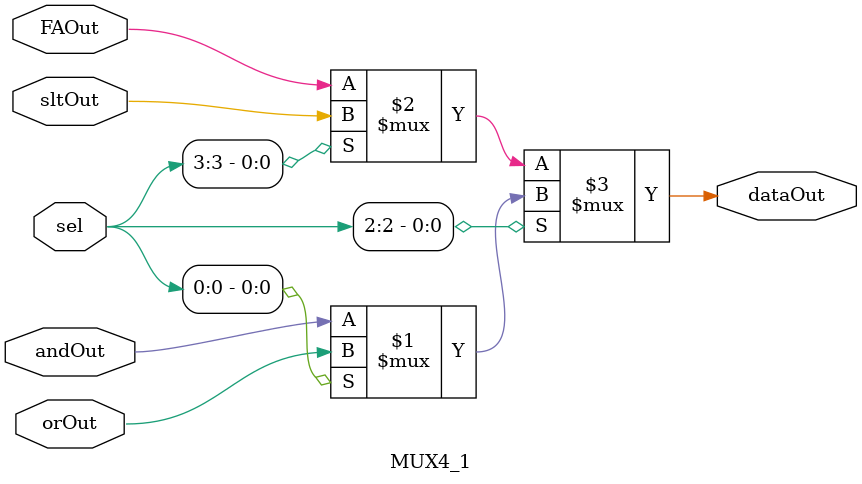
<source format=v>
module MUX4_1(dataOut, sel, andOut, orOut, FAOut, sltOut );
    output dataOut;
    input andOut, orOut, FAOut, sltOut;
    input [5:0] sel;
    /*
    parameter AND = 6'b100100;
    parameter OR  = 6'b100101;
    
    parameter ADD = 6'b100000;
    parameter SUB = 6'b100010;
    parameter SLT = 6'b101010;
    */
    assign dataOut = sel[2] ? ( sel[0] ? orOut : andOut ) : ( sel[3] ? sltOut : FAOut);
    
endmodule
</source>
